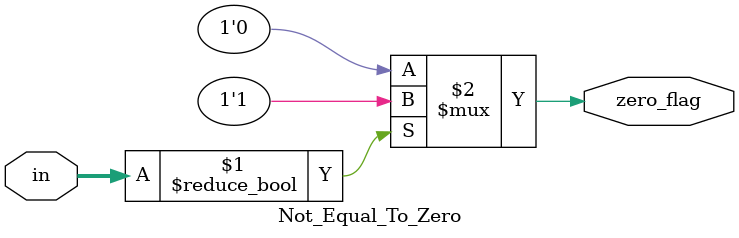
<source format=v>
`timescale 1ns / 1ps

module Not_Equal_To_Zero(input [31:0]in, output zero_flag);

assign zero_flag = (in != 0) ? 1'd1 : 1'd0;

endmodule

</source>
